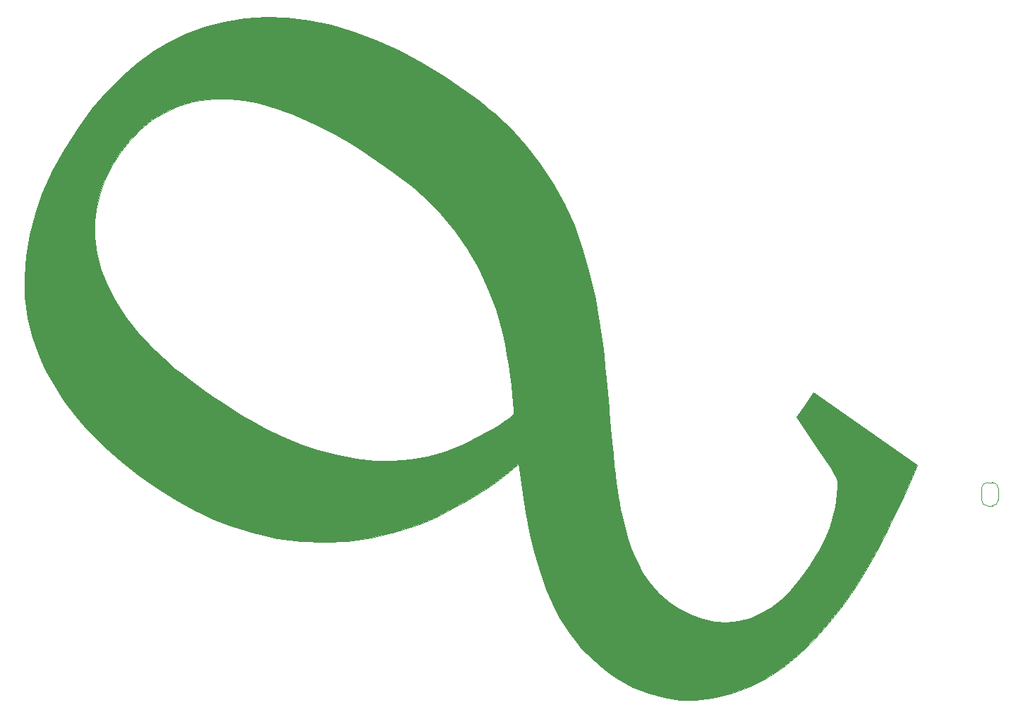
<source format=gbr>
G04 #@! TF.GenerationSoftware,KiCad,Pcbnew,(5.1.2)-1*
G04 #@! TF.CreationDate,2020-04-17T10:09:39+02:00*
G04 #@! TF.ProjectId,DeltaSDR,44656c74-6153-4445-922e-6b696361645f,rev?*
G04 #@! TF.SameCoordinates,Original*
G04 #@! TF.FileFunction,Legend,Bot*
G04 #@! TF.FilePolarity,Positive*
%FSLAX46Y46*%
G04 Gerber Fmt 4.6, Leading zero omitted, Abs format (unit mm)*
G04 Created by KiCad (PCBNEW (5.1.2)-1) date 2020-04-17 10:09:39*
%MOMM*%
%LPD*%
G04 APERTURE LIST*
%ADD10C,0.010000*%
%ADD11C,0.120000*%
G04 APERTURE END LIST*
D10*
G36*
X189857426Y-116419008D02*
G01*
X191495875Y-113715266D01*
X192360679Y-112151383D01*
X192858430Y-111195875D01*
X193433234Y-110046298D01*
X194065520Y-108743486D01*
X194735718Y-107328275D01*
X195424255Y-105841498D01*
X196102200Y-104344893D01*
X197093278Y-102131884D01*
X184626985Y-93402892D01*
X183627518Y-94891712D01*
X182628050Y-96380532D01*
X184980357Y-99874081D01*
X185548523Y-100724050D01*
X186071771Y-101518611D01*
X186532666Y-102230373D01*
X186913778Y-102831948D01*
X187197674Y-103295944D01*
X187366924Y-103594972D01*
X187406969Y-103686873D01*
X187462868Y-104153699D01*
X187468184Y-104804690D01*
X187426093Y-105575766D01*
X187339774Y-106402847D01*
X187239019Y-107073284D01*
X186952924Y-108378490D01*
X186543762Y-109661923D01*
X185993283Y-110965634D01*
X185283234Y-112331676D01*
X184395366Y-113802098D01*
X184162064Y-114162569D01*
X183034979Y-115764526D01*
X181902649Y-117127639D01*
X180748326Y-118266807D01*
X179555262Y-119196925D01*
X178306707Y-119932892D01*
X177089875Y-120453014D01*
X175685175Y-120824045D01*
X174238773Y-120960908D01*
X172775062Y-120874687D01*
X171318442Y-120576463D01*
X169893306Y-120077319D01*
X168524052Y-119388334D01*
X167235075Y-118520593D01*
X166050771Y-117485177D01*
X164995538Y-116293167D01*
X164093771Y-114955646D01*
X163798382Y-114415376D01*
X163231862Y-113232357D01*
X162738867Y-112019897D01*
X162301345Y-110723786D01*
X161901246Y-109289815D01*
X161520518Y-107663776D01*
X161466831Y-107413464D01*
X161323698Y-106702778D01*
X161188986Y-105951616D01*
X161060011Y-105136871D01*
X160934084Y-104235429D01*
X160808519Y-103224184D01*
X160680628Y-102080023D01*
X160547726Y-100779838D01*
X160407124Y-99300517D01*
X160256136Y-97618951D01*
X160092074Y-95712030D01*
X160054534Y-95266796D01*
X159892573Y-93378545D01*
X159741629Y-91709551D01*
X159597443Y-90225531D01*
X159455757Y-88892203D01*
X159312308Y-87675280D01*
X159162839Y-86540482D01*
X159003091Y-85453526D01*
X158828805Y-84380126D01*
X158635720Y-83286002D01*
X158430081Y-82191387D01*
X157734356Y-79054841D01*
X156889264Y-76114205D01*
X155887902Y-73355105D01*
X154723364Y-70763163D01*
X153388746Y-68324004D01*
X151877145Y-66023253D01*
X150181655Y-63846533D01*
X148958923Y-62471266D01*
X148122253Y-61597941D01*
X147319102Y-60809784D01*
X146501502Y-60065108D01*
X145621487Y-59322227D01*
X144631089Y-58539451D01*
X143482339Y-57675097D01*
X143205914Y-57471548D01*
X140417752Y-55537156D01*
X137638844Y-53831621D01*
X134874763Y-52355691D01*
X132131084Y-51110115D01*
X129413384Y-50095640D01*
X126727234Y-49313013D01*
X124078212Y-48762980D01*
X121471892Y-48446290D01*
X118913848Y-48363690D01*
X116409654Y-48515927D01*
X113964888Y-48903749D01*
X111585121Y-49527902D01*
X109275930Y-50389134D01*
X107042890Y-51488194D01*
X105501131Y-52416941D01*
X103531997Y-53833816D01*
X101615053Y-55481970D01*
X99769064Y-57340888D01*
X98012793Y-59390058D01*
X96365005Y-61608968D01*
X94844464Y-63977104D01*
X94694951Y-64230169D01*
X93282969Y-66840976D01*
X92117929Y-69432352D01*
X91200191Y-72001486D01*
X90530119Y-74545565D01*
X90108074Y-77061779D01*
X89934418Y-79547314D01*
X90009512Y-81999359D01*
X90333717Y-84415102D01*
X90907396Y-86791732D01*
X91550410Y-88673840D01*
X92370844Y-90528836D01*
X93399831Y-92419650D01*
X94606168Y-94298239D01*
X95958647Y-96116563D01*
X97426068Y-97826580D01*
X97653576Y-98070147D01*
X99468036Y-99864980D01*
X101460455Y-101607225D01*
X103591031Y-103270431D01*
X104223731Y-103712601D01*
X111589882Y-93192645D01*
X110527450Y-92440276D01*
X109533739Y-91719177D01*
X108646382Y-91055400D01*
X107903017Y-90474998D01*
X107379531Y-90037834D01*
X105376863Y-88162081D01*
X103622965Y-86274706D01*
X102118438Y-84376966D01*
X100863883Y-82470120D01*
X99859902Y-80555426D01*
X99107094Y-78634139D01*
X98606059Y-76707520D01*
X98357400Y-74776825D01*
X98361715Y-72843311D01*
X98516989Y-71480021D01*
X98921035Y-69712075D01*
X99559169Y-67945091D01*
X100413912Y-66215114D01*
X101467789Y-64558191D01*
X102525246Y-63213158D01*
X103866503Y-61822427D01*
X105283789Y-60669659D01*
X106792506Y-59746157D01*
X108408057Y-59043224D01*
X110145845Y-58552163D01*
X111084808Y-58380402D01*
X112785646Y-58205441D01*
X114510668Y-58199167D01*
X116277622Y-58366006D01*
X118104251Y-58710384D01*
X120008300Y-59236726D01*
X122007516Y-59949457D01*
X124119640Y-60853003D01*
X126362419Y-61951790D01*
X127222013Y-62405008D01*
X127935540Y-62810354D01*
X128793596Y-63334549D01*
X129762224Y-63953831D01*
X130807467Y-64644432D01*
X131895366Y-65382588D01*
X132991965Y-66144536D01*
X134063304Y-66906512D01*
X135075429Y-67644749D01*
X135994378Y-68335484D01*
X136786196Y-68954953D01*
X137416926Y-69479390D01*
X137711919Y-69746140D01*
X139725899Y-71798732D01*
X141502748Y-73912042D01*
X143056472Y-76108772D01*
X144401080Y-78411624D01*
X145550581Y-80843298D01*
X146518979Y-83426498D01*
X146894704Y-84628461D01*
X147122605Y-85480222D01*
X147355548Y-86493390D01*
X147587130Y-87626306D01*
X147810948Y-88837314D01*
X148020600Y-90084758D01*
X148209683Y-91326979D01*
X148371791Y-92522322D01*
X148500525Y-93629128D01*
X148589481Y-94605742D01*
X148632255Y-95410507D01*
X148628593Y-95908919D01*
X148509037Y-96113663D01*
X148178795Y-96415151D01*
X147656456Y-96800821D01*
X146960611Y-97258112D01*
X146109849Y-97774461D01*
X145122762Y-98337305D01*
X144656732Y-98592827D01*
X142508937Y-99658586D01*
X140415456Y-100490250D01*
X138345762Y-101093136D01*
X136269326Y-101472561D01*
X134155620Y-101633841D01*
X131974115Y-101582291D01*
X129694283Y-101323229D01*
X129321538Y-101263409D01*
X127240365Y-100851535D01*
X125204562Y-100311163D01*
X123171743Y-99626926D01*
X121099521Y-98783456D01*
X118945507Y-97765384D01*
X117299963Y-96904676D01*
X116615572Y-96511760D01*
X115774084Y-95993807D01*
X114813135Y-95376867D01*
X113770361Y-94686993D01*
X112683398Y-93950235D01*
X111589882Y-93192645D01*
X104223731Y-103712601D01*
X105819960Y-104828144D01*
X108107440Y-106253913D01*
X110413668Y-107521286D01*
X112698839Y-108603810D01*
X114692986Y-109394037D01*
X117491260Y-110263126D01*
X120303283Y-110880549D01*
X123121651Y-111246421D01*
X125938954Y-111360859D01*
X128747783Y-111223978D01*
X131540735Y-110835894D01*
X134310399Y-110196722D01*
X137049370Y-109306578D01*
X137756823Y-109033543D01*
X139345336Y-108339858D01*
X141040644Y-107490723D01*
X142782299Y-106521862D01*
X144509856Y-105468998D01*
X146162871Y-104367852D01*
X147680898Y-103254153D01*
X148114505Y-102912041D01*
X149275251Y-101978653D01*
X149683836Y-104941129D01*
X150122269Y-107790598D01*
X150621986Y-110407958D01*
X151188801Y-112808965D01*
X151828532Y-115009379D01*
X152546992Y-117024960D01*
X153350001Y-118871465D01*
X154243370Y-120564655D01*
X155232919Y-122120288D01*
X156324462Y-123554123D01*
X156726490Y-124024221D01*
X157671498Y-125007394D01*
X158763231Y-125993996D01*
X159914774Y-126910689D01*
X161039208Y-127684136D01*
X161133290Y-127742484D01*
X162967738Y-128746741D01*
X164799962Y-129500480D01*
X166645077Y-130006588D01*
X168518192Y-130267956D01*
X170434421Y-130287473D01*
X172408875Y-130068028D01*
X172865452Y-129985483D01*
X174928111Y-129458031D01*
X176951959Y-128681154D01*
X178934920Y-127656753D01*
X180874907Y-126386734D01*
X182769842Y-124873001D01*
X184617643Y-123117458D01*
X186416229Y-121122008D01*
X188163517Y-118888558D01*
X189857426Y-116419008D01*
X189857426Y-116419008D01*
G37*
X189857426Y-116419008D02*
X191495875Y-113715266D01*
X192360679Y-112151383D01*
X192858430Y-111195875D01*
X193433234Y-110046298D01*
X194065520Y-108743486D01*
X194735718Y-107328275D01*
X195424255Y-105841498D01*
X196102200Y-104344893D01*
X197093278Y-102131884D01*
X184626985Y-93402892D01*
X183627518Y-94891712D01*
X182628050Y-96380532D01*
X184980357Y-99874081D01*
X185548523Y-100724050D01*
X186071771Y-101518611D01*
X186532666Y-102230373D01*
X186913778Y-102831948D01*
X187197674Y-103295944D01*
X187366924Y-103594972D01*
X187406969Y-103686873D01*
X187462868Y-104153699D01*
X187468184Y-104804690D01*
X187426093Y-105575766D01*
X187339774Y-106402847D01*
X187239019Y-107073284D01*
X186952924Y-108378490D01*
X186543762Y-109661923D01*
X185993283Y-110965634D01*
X185283234Y-112331676D01*
X184395366Y-113802098D01*
X184162064Y-114162569D01*
X183034979Y-115764526D01*
X181902649Y-117127639D01*
X180748326Y-118266807D01*
X179555262Y-119196925D01*
X178306707Y-119932892D01*
X177089875Y-120453014D01*
X175685175Y-120824045D01*
X174238773Y-120960908D01*
X172775062Y-120874687D01*
X171318442Y-120576463D01*
X169893306Y-120077319D01*
X168524052Y-119388334D01*
X167235075Y-118520593D01*
X166050771Y-117485177D01*
X164995538Y-116293167D01*
X164093771Y-114955646D01*
X163798382Y-114415376D01*
X163231862Y-113232357D01*
X162738867Y-112019897D01*
X162301345Y-110723786D01*
X161901246Y-109289815D01*
X161520518Y-107663776D01*
X161466831Y-107413464D01*
X161323698Y-106702778D01*
X161188986Y-105951616D01*
X161060011Y-105136871D01*
X160934084Y-104235429D01*
X160808519Y-103224184D01*
X160680628Y-102080023D01*
X160547726Y-100779838D01*
X160407124Y-99300517D01*
X160256136Y-97618951D01*
X160092074Y-95712030D01*
X160054534Y-95266796D01*
X159892573Y-93378545D01*
X159741629Y-91709551D01*
X159597443Y-90225531D01*
X159455757Y-88892203D01*
X159312308Y-87675280D01*
X159162839Y-86540482D01*
X159003091Y-85453526D01*
X158828805Y-84380126D01*
X158635720Y-83286002D01*
X158430081Y-82191387D01*
X157734356Y-79054841D01*
X156889264Y-76114205D01*
X155887902Y-73355105D01*
X154723364Y-70763163D01*
X153388746Y-68324004D01*
X151877145Y-66023253D01*
X150181655Y-63846533D01*
X148958923Y-62471266D01*
X148122253Y-61597941D01*
X147319102Y-60809784D01*
X146501502Y-60065108D01*
X145621487Y-59322227D01*
X144631089Y-58539451D01*
X143482339Y-57675097D01*
X143205914Y-57471548D01*
X140417752Y-55537156D01*
X137638844Y-53831621D01*
X134874763Y-52355691D01*
X132131084Y-51110115D01*
X129413384Y-50095640D01*
X126727234Y-49313013D01*
X124078212Y-48762980D01*
X121471892Y-48446290D01*
X118913848Y-48363690D01*
X116409654Y-48515927D01*
X113964888Y-48903749D01*
X111585121Y-49527902D01*
X109275930Y-50389134D01*
X107042890Y-51488194D01*
X105501131Y-52416941D01*
X103531997Y-53833816D01*
X101615053Y-55481970D01*
X99769064Y-57340888D01*
X98012793Y-59390058D01*
X96365005Y-61608968D01*
X94844464Y-63977104D01*
X94694951Y-64230169D01*
X93282969Y-66840976D01*
X92117929Y-69432352D01*
X91200191Y-72001486D01*
X90530119Y-74545565D01*
X90108074Y-77061779D01*
X89934418Y-79547314D01*
X90009512Y-81999359D01*
X90333717Y-84415102D01*
X90907396Y-86791732D01*
X91550410Y-88673840D01*
X92370844Y-90528836D01*
X93399831Y-92419650D01*
X94606168Y-94298239D01*
X95958647Y-96116563D01*
X97426068Y-97826580D01*
X97653576Y-98070147D01*
X99468036Y-99864980D01*
X101460455Y-101607225D01*
X103591031Y-103270431D01*
X104223731Y-103712601D01*
X111589882Y-93192645D01*
X110527450Y-92440276D01*
X109533739Y-91719177D01*
X108646382Y-91055400D01*
X107903017Y-90474998D01*
X107379531Y-90037834D01*
X105376863Y-88162081D01*
X103622965Y-86274706D01*
X102118438Y-84376966D01*
X100863883Y-82470120D01*
X99859902Y-80555426D01*
X99107094Y-78634139D01*
X98606059Y-76707520D01*
X98357400Y-74776825D01*
X98361715Y-72843311D01*
X98516989Y-71480021D01*
X98921035Y-69712075D01*
X99559169Y-67945091D01*
X100413912Y-66215114D01*
X101467789Y-64558191D01*
X102525246Y-63213158D01*
X103866503Y-61822427D01*
X105283789Y-60669659D01*
X106792506Y-59746157D01*
X108408057Y-59043224D01*
X110145845Y-58552163D01*
X111084808Y-58380402D01*
X112785646Y-58205441D01*
X114510668Y-58199167D01*
X116277622Y-58366006D01*
X118104251Y-58710384D01*
X120008300Y-59236726D01*
X122007516Y-59949457D01*
X124119640Y-60853003D01*
X126362419Y-61951790D01*
X127222013Y-62405008D01*
X127935540Y-62810354D01*
X128793596Y-63334549D01*
X129762224Y-63953831D01*
X130807467Y-64644432D01*
X131895366Y-65382588D01*
X132991965Y-66144536D01*
X134063304Y-66906512D01*
X135075429Y-67644749D01*
X135994378Y-68335484D01*
X136786196Y-68954953D01*
X137416926Y-69479390D01*
X137711919Y-69746140D01*
X139725899Y-71798732D01*
X141502748Y-73912042D01*
X143056472Y-76108772D01*
X144401080Y-78411624D01*
X145550581Y-80843298D01*
X146518979Y-83426498D01*
X146894704Y-84628461D01*
X147122605Y-85480222D01*
X147355548Y-86493390D01*
X147587130Y-87626306D01*
X147810948Y-88837314D01*
X148020600Y-90084758D01*
X148209683Y-91326979D01*
X148371791Y-92522322D01*
X148500525Y-93629128D01*
X148589481Y-94605742D01*
X148632255Y-95410507D01*
X148628593Y-95908919D01*
X148509037Y-96113663D01*
X148178795Y-96415151D01*
X147656456Y-96800821D01*
X146960611Y-97258112D01*
X146109849Y-97774461D01*
X145122762Y-98337305D01*
X144656732Y-98592827D01*
X142508937Y-99658586D01*
X140415456Y-100490250D01*
X138345762Y-101093136D01*
X136269326Y-101472561D01*
X134155620Y-101633841D01*
X131974115Y-101582291D01*
X129694283Y-101323229D01*
X129321538Y-101263409D01*
X127240365Y-100851535D01*
X125204562Y-100311163D01*
X123171743Y-99626926D01*
X121099521Y-98783456D01*
X118945507Y-97765384D01*
X117299963Y-96904676D01*
X116615572Y-96511760D01*
X115774084Y-95993807D01*
X114813135Y-95376867D01*
X113770361Y-94686993D01*
X112683398Y-93950235D01*
X111589882Y-93192645D01*
X104223731Y-103712601D01*
X105819960Y-104828144D01*
X108107440Y-106253913D01*
X110413668Y-107521286D01*
X112698839Y-108603810D01*
X114692986Y-109394037D01*
X117491260Y-110263126D01*
X120303283Y-110880549D01*
X123121651Y-111246421D01*
X125938954Y-111360859D01*
X128747783Y-111223978D01*
X131540735Y-110835894D01*
X134310399Y-110196722D01*
X137049370Y-109306578D01*
X137756823Y-109033543D01*
X139345336Y-108339858D01*
X141040644Y-107490723D01*
X142782299Y-106521862D01*
X144509856Y-105468998D01*
X146162871Y-104367852D01*
X147680898Y-103254153D01*
X148114505Y-102912041D01*
X149275251Y-101978653D01*
X149683836Y-104941129D01*
X150122269Y-107790598D01*
X150621986Y-110407958D01*
X151188801Y-112808965D01*
X151828532Y-115009379D01*
X152546992Y-117024960D01*
X153350001Y-118871465D01*
X154243370Y-120564655D01*
X155232919Y-122120288D01*
X156324462Y-123554123D01*
X156726490Y-124024221D01*
X157671498Y-125007394D01*
X158763231Y-125993996D01*
X159914774Y-126910689D01*
X161039208Y-127684136D01*
X161133290Y-127742484D01*
X162967738Y-128746741D01*
X164799962Y-129500480D01*
X166645077Y-130006588D01*
X168518192Y-130267956D01*
X170434421Y-130287473D01*
X172408875Y-130068028D01*
X172865452Y-129985483D01*
X174928111Y-129458031D01*
X176951959Y-128681154D01*
X178934920Y-127656753D01*
X180874907Y-126386734D01*
X182769842Y-124873001D01*
X184617643Y-123117458D01*
X186416229Y-121122008D01*
X188163517Y-118888558D01*
X189857426Y-116419008D01*
D11*
X206800000Y-104900000D02*
G75*
G03X206100000Y-104200000I-700000J0D01*
G01*
X205500000Y-104200000D02*
G75*
G03X204800000Y-104900000I0J-700000D01*
G01*
X204800000Y-106300000D02*
G75*
G03X205500000Y-107000000I700000J0D01*
G01*
X206100000Y-107000000D02*
G75*
G03X206800000Y-106300000I0J700000D01*
G01*
X205500000Y-107000000D02*
X206100000Y-107000000D01*
X204800000Y-104900000D02*
X204800000Y-106300000D01*
X206100000Y-104200000D02*
X205500000Y-104200000D01*
X206800000Y-106300000D02*
X206800000Y-104900000D01*
M02*

</source>
